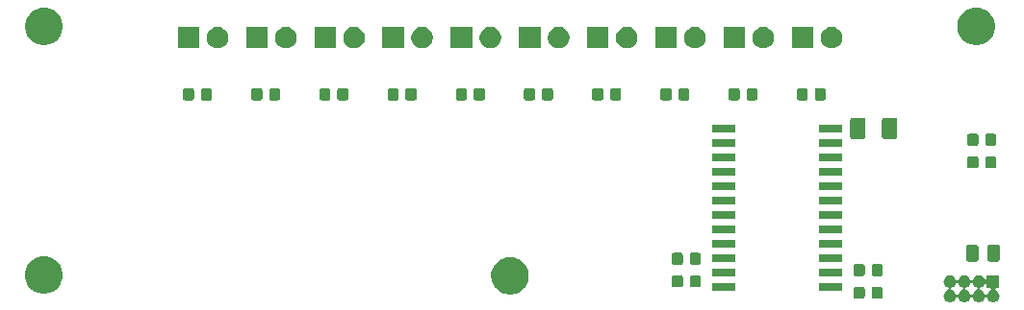
<source format=gts>
G04 #@! TF.GenerationSoftware,KiCad,Pcbnew,5.0.1*
G04 #@! TF.CreationDate,2019-01-16T19:10:27-05:00*
G04 #@! TF.ProjectId,LED PCB,4C4544205043422E6B696361645F7063,rev?*
G04 #@! TF.SameCoordinates,Original*
G04 #@! TF.FileFunction,Soldermask,Top*
G04 #@! TF.FilePolarity,Negative*
%FSLAX46Y46*%
G04 Gerber Fmt 4.6, Leading zero omitted, Abs format (unit mm)*
G04 Created by KiCad (PCBNEW 5.0.1) date Wed 16 Jan 2019 07:10:27 PM EST*
%MOMM*%
%LPD*%
G01*
G04 APERTURE LIST*
%ADD10C,0.100000*%
G04 APERTURE END LIST*
D10*
G36*
X83798015Y-25956973D02*
X83901879Y-25988479D01*
X83997600Y-26039644D01*
X84081501Y-26108499D01*
X84150356Y-26192400D01*
X84201521Y-26288121D01*
X84205383Y-26300854D01*
X84214760Y-26323493D01*
X84228374Y-26343867D01*
X84245701Y-26361194D01*
X84266076Y-26374808D01*
X84288715Y-26384186D01*
X84312748Y-26388966D01*
X84337252Y-26388966D01*
X84361286Y-26384185D01*
X84383925Y-26374808D01*
X84404299Y-26361194D01*
X84421626Y-26343867D01*
X84435240Y-26323492D01*
X84444617Y-26300854D01*
X84448479Y-26288121D01*
X84499644Y-26192400D01*
X84568499Y-26108499D01*
X84652400Y-26039644D01*
X84748121Y-25988479D01*
X84851985Y-25956973D01*
X84932933Y-25949000D01*
X84987067Y-25949000D01*
X85068015Y-25956973D01*
X85171879Y-25988479D01*
X85267600Y-26039644D01*
X85351501Y-26108499D01*
X85420356Y-26192400D01*
X85471521Y-26288121D01*
X85475383Y-26300854D01*
X85484760Y-26323493D01*
X85498374Y-26343867D01*
X85515701Y-26361194D01*
X85536076Y-26374808D01*
X85558715Y-26384186D01*
X85582748Y-26388966D01*
X85607252Y-26388966D01*
X85631286Y-26384185D01*
X85653925Y-26374808D01*
X85674299Y-26361194D01*
X85691626Y-26343867D01*
X85705240Y-26323492D01*
X85714617Y-26300854D01*
X85718479Y-26288121D01*
X85769644Y-26192400D01*
X85838499Y-26108499D01*
X85922400Y-26039644D01*
X86018121Y-25988479D01*
X86121985Y-25956973D01*
X86202933Y-25949000D01*
X86257067Y-25949000D01*
X86338015Y-25956973D01*
X86441879Y-25988479D01*
X86537600Y-26039644D01*
X86621501Y-26108499D01*
X86690356Y-26192400D01*
X86713766Y-26236195D01*
X86727374Y-26256561D01*
X86744701Y-26273889D01*
X86765076Y-26287502D01*
X86787715Y-26296880D01*
X86811748Y-26301660D01*
X86836252Y-26301660D01*
X86860286Y-26296879D01*
X86882925Y-26287502D01*
X86903299Y-26273888D01*
X86920627Y-26256561D01*
X86934240Y-26236186D01*
X86943618Y-26213547D01*
X86949000Y-26177262D01*
X86949000Y-25949000D01*
X88051000Y-25949000D01*
X88051000Y-27051000D01*
X87822738Y-27051000D01*
X87798352Y-27053402D01*
X87774903Y-27060515D01*
X87753292Y-27072066D01*
X87734350Y-27087612D01*
X87718804Y-27106554D01*
X87707253Y-27128165D01*
X87700140Y-27151614D01*
X87697738Y-27176000D01*
X87700140Y-27200386D01*
X87707253Y-27223835D01*
X87718804Y-27245446D01*
X87734350Y-27264388D01*
X87763808Y-27286236D01*
X87807600Y-27309644D01*
X87891501Y-27378499D01*
X87960356Y-27462400D01*
X88011521Y-27558121D01*
X88043027Y-27661985D01*
X88053666Y-27770000D01*
X88043027Y-27878015D01*
X88011521Y-27981879D01*
X87960356Y-28077600D01*
X87891501Y-28161501D01*
X87807600Y-28230356D01*
X87711879Y-28281521D01*
X87608015Y-28313027D01*
X87527067Y-28321000D01*
X87472933Y-28321000D01*
X87391985Y-28313027D01*
X87288121Y-28281521D01*
X87192400Y-28230356D01*
X87108499Y-28161501D01*
X87039644Y-28077600D01*
X86988479Y-27981879D01*
X86984615Y-27969142D01*
X86975240Y-27946507D01*
X86961626Y-27926133D01*
X86944299Y-27908806D01*
X86923924Y-27895192D01*
X86901285Y-27885814D01*
X86877252Y-27881034D01*
X86852748Y-27881034D01*
X86828714Y-27885815D01*
X86806075Y-27895192D01*
X86785701Y-27908806D01*
X86768374Y-27926133D01*
X86754760Y-27946508D01*
X86745385Y-27969142D01*
X86741521Y-27981879D01*
X86690356Y-28077600D01*
X86621501Y-28161501D01*
X86537600Y-28230356D01*
X86441879Y-28281521D01*
X86338015Y-28313027D01*
X86257067Y-28321000D01*
X86202933Y-28321000D01*
X86121985Y-28313027D01*
X86018121Y-28281521D01*
X85922400Y-28230356D01*
X85838499Y-28161501D01*
X85769644Y-28077600D01*
X85718479Y-27981879D01*
X85714615Y-27969142D01*
X85705240Y-27946507D01*
X85691626Y-27926133D01*
X85674299Y-27908806D01*
X85653924Y-27895192D01*
X85631285Y-27885814D01*
X85607252Y-27881034D01*
X85582748Y-27881034D01*
X85558714Y-27885815D01*
X85536075Y-27895192D01*
X85515701Y-27908806D01*
X85498374Y-27926133D01*
X85484760Y-27946508D01*
X85475385Y-27969142D01*
X85471521Y-27981879D01*
X85420356Y-28077600D01*
X85351501Y-28161501D01*
X85267600Y-28230356D01*
X85171879Y-28281521D01*
X85068015Y-28313027D01*
X84987067Y-28321000D01*
X84932933Y-28321000D01*
X84851985Y-28313027D01*
X84748121Y-28281521D01*
X84652400Y-28230356D01*
X84568499Y-28161501D01*
X84499644Y-28077600D01*
X84448479Y-27981879D01*
X84444615Y-27969142D01*
X84435240Y-27946507D01*
X84421626Y-27926133D01*
X84404299Y-27908806D01*
X84383924Y-27895192D01*
X84361285Y-27885814D01*
X84337252Y-27881034D01*
X84312748Y-27881034D01*
X84288714Y-27885815D01*
X84266075Y-27895192D01*
X84245701Y-27908806D01*
X84228374Y-27926133D01*
X84214760Y-27946508D01*
X84205385Y-27969142D01*
X84201521Y-27981879D01*
X84150356Y-28077600D01*
X84081501Y-28161501D01*
X83997600Y-28230356D01*
X83901879Y-28281521D01*
X83798015Y-28313027D01*
X83717067Y-28321000D01*
X83662933Y-28321000D01*
X83581985Y-28313027D01*
X83478121Y-28281521D01*
X83382400Y-28230356D01*
X83298499Y-28161501D01*
X83229644Y-28077600D01*
X83178479Y-27981879D01*
X83146973Y-27878015D01*
X83136334Y-27770000D01*
X83146973Y-27661985D01*
X83178479Y-27558121D01*
X83229644Y-27462400D01*
X83298499Y-27378499D01*
X83382400Y-27309644D01*
X83478121Y-27258479D01*
X83490858Y-27254615D01*
X83513493Y-27245240D01*
X83533867Y-27231626D01*
X83551194Y-27214299D01*
X83564808Y-27193924D01*
X83574186Y-27171285D01*
X83578966Y-27147252D01*
X83578966Y-27122748D01*
X83801034Y-27122748D01*
X83801034Y-27147252D01*
X83805815Y-27171286D01*
X83815192Y-27193925D01*
X83828806Y-27214299D01*
X83846133Y-27231626D01*
X83866508Y-27245240D01*
X83889142Y-27254615D01*
X83901879Y-27258479D01*
X83997600Y-27309644D01*
X84081501Y-27378499D01*
X84150356Y-27462400D01*
X84201521Y-27558121D01*
X84205383Y-27570854D01*
X84214760Y-27593493D01*
X84228374Y-27613867D01*
X84245701Y-27631194D01*
X84266076Y-27644808D01*
X84288715Y-27654186D01*
X84312748Y-27658966D01*
X84337252Y-27658966D01*
X84361286Y-27654185D01*
X84383925Y-27644808D01*
X84404299Y-27631194D01*
X84421626Y-27613867D01*
X84435240Y-27593492D01*
X84444617Y-27570854D01*
X84448479Y-27558121D01*
X84499644Y-27462400D01*
X84568499Y-27378499D01*
X84652400Y-27309644D01*
X84748121Y-27258479D01*
X84760858Y-27254615D01*
X84783493Y-27245240D01*
X84803867Y-27231626D01*
X84821194Y-27214299D01*
X84834808Y-27193924D01*
X84844186Y-27171285D01*
X84848966Y-27147252D01*
X84848966Y-27122748D01*
X85071034Y-27122748D01*
X85071034Y-27147252D01*
X85075815Y-27171286D01*
X85085192Y-27193925D01*
X85098806Y-27214299D01*
X85116133Y-27231626D01*
X85136508Y-27245240D01*
X85159142Y-27254615D01*
X85171879Y-27258479D01*
X85267600Y-27309644D01*
X85351501Y-27378499D01*
X85420356Y-27462400D01*
X85471521Y-27558121D01*
X85475383Y-27570854D01*
X85484760Y-27593493D01*
X85498374Y-27613867D01*
X85515701Y-27631194D01*
X85536076Y-27644808D01*
X85558715Y-27654186D01*
X85582748Y-27658966D01*
X85607252Y-27658966D01*
X85631286Y-27654185D01*
X85653925Y-27644808D01*
X85674299Y-27631194D01*
X85691626Y-27613867D01*
X85705240Y-27593492D01*
X85714617Y-27570854D01*
X85718479Y-27558121D01*
X85769644Y-27462400D01*
X85838499Y-27378499D01*
X85922400Y-27309644D01*
X86018121Y-27258479D01*
X86030858Y-27254615D01*
X86053493Y-27245240D01*
X86073867Y-27231626D01*
X86091194Y-27214299D01*
X86104808Y-27193924D01*
X86114186Y-27171285D01*
X86118966Y-27147252D01*
X86118966Y-27122748D01*
X86341034Y-27122748D01*
X86341034Y-27147252D01*
X86345815Y-27171286D01*
X86355192Y-27193925D01*
X86368806Y-27214299D01*
X86386133Y-27231626D01*
X86406508Y-27245240D01*
X86429142Y-27254615D01*
X86441879Y-27258479D01*
X86537600Y-27309644D01*
X86621501Y-27378499D01*
X86690356Y-27462400D01*
X86741521Y-27558121D01*
X86745383Y-27570854D01*
X86754760Y-27593493D01*
X86768374Y-27613867D01*
X86785701Y-27631194D01*
X86806076Y-27644808D01*
X86828715Y-27654186D01*
X86852748Y-27658966D01*
X86877252Y-27658966D01*
X86901286Y-27654185D01*
X86923925Y-27644808D01*
X86944299Y-27631194D01*
X86961626Y-27613867D01*
X86975240Y-27593492D01*
X86984617Y-27570854D01*
X86988479Y-27558121D01*
X87039644Y-27462400D01*
X87108499Y-27378499D01*
X87192400Y-27309644D01*
X87236195Y-27286234D01*
X87256561Y-27272626D01*
X87273889Y-27255299D01*
X87287502Y-27234924D01*
X87296880Y-27212285D01*
X87301660Y-27188252D01*
X87301660Y-27163748D01*
X87296879Y-27139714D01*
X87287502Y-27117075D01*
X87273888Y-27096701D01*
X87256561Y-27079373D01*
X87236186Y-27065760D01*
X87213547Y-27056382D01*
X87177262Y-27051000D01*
X86949000Y-27051000D01*
X86949000Y-26822738D01*
X86946598Y-26798352D01*
X86939485Y-26774903D01*
X86927934Y-26753292D01*
X86912388Y-26734350D01*
X86893446Y-26718804D01*
X86871835Y-26707253D01*
X86848386Y-26700140D01*
X86824000Y-26697738D01*
X86799614Y-26700140D01*
X86776165Y-26707253D01*
X86754554Y-26718804D01*
X86735612Y-26734350D01*
X86713764Y-26763808D01*
X86690356Y-26807600D01*
X86621501Y-26891501D01*
X86537600Y-26960356D01*
X86441879Y-27011521D01*
X86429142Y-27015385D01*
X86406507Y-27024760D01*
X86386133Y-27038374D01*
X86368806Y-27055701D01*
X86355192Y-27076076D01*
X86345814Y-27098715D01*
X86341034Y-27122748D01*
X86118966Y-27122748D01*
X86114185Y-27098714D01*
X86104808Y-27076075D01*
X86091194Y-27055701D01*
X86073867Y-27038374D01*
X86053492Y-27024760D01*
X86030858Y-27015385D01*
X86018121Y-27011521D01*
X85922400Y-26960356D01*
X85838499Y-26891501D01*
X85769644Y-26807600D01*
X85718479Y-26711879D01*
X85714615Y-26699142D01*
X85705240Y-26676507D01*
X85691626Y-26656133D01*
X85674299Y-26638806D01*
X85653924Y-26625192D01*
X85631285Y-26615814D01*
X85607252Y-26611034D01*
X85582748Y-26611034D01*
X85558714Y-26615815D01*
X85536075Y-26625192D01*
X85515701Y-26638806D01*
X85498374Y-26656133D01*
X85484760Y-26676508D01*
X85475385Y-26699142D01*
X85471521Y-26711879D01*
X85420356Y-26807600D01*
X85351501Y-26891501D01*
X85267600Y-26960356D01*
X85171879Y-27011521D01*
X85159142Y-27015385D01*
X85136507Y-27024760D01*
X85116133Y-27038374D01*
X85098806Y-27055701D01*
X85085192Y-27076076D01*
X85075814Y-27098715D01*
X85071034Y-27122748D01*
X84848966Y-27122748D01*
X84844185Y-27098714D01*
X84834808Y-27076075D01*
X84821194Y-27055701D01*
X84803867Y-27038374D01*
X84783492Y-27024760D01*
X84760858Y-27015385D01*
X84748121Y-27011521D01*
X84652400Y-26960356D01*
X84568499Y-26891501D01*
X84499644Y-26807600D01*
X84448479Y-26711879D01*
X84444615Y-26699142D01*
X84435240Y-26676507D01*
X84421626Y-26656133D01*
X84404299Y-26638806D01*
X84383924Y-26625192D01*
X84361285Y-26615814D01*
X84337252Y-26611034D01*
X84312748Y-26611034D01*
X84288714Y-26615815D01*
X84266075Y-26625192D01*
X84245701Y-26638806D01*
X84228374Y-26656133D01*
X84214760Y-26676508D01*
X84205385Y-26699142D01*
X84201521Y-26711879D01*
X84150356Y-26807600D01*
X84081501Y-26891501D01*
X83997600Y-26960356D01*
X83901879Y-27011521D01*
X83889142Y-27015385D01*
X83866507Y-27024760D01*
X83846133Y-27038374D01*
X83828806Y-27055701D01*
X83815192Y-27076076D01*
X83805814Y-27098715D01*
X83801034Y-27122748D01*
X83578966Y-27122748D01*
X83574185Y-27098714D01*
X83564808Y-27076075D01*
X83551194Y-27055701D01*
X83533867Y-27038374D01*
X83513492Y-27024760D01*
X83490858Y-27015385D01*
X83478121Y-27011521D01*
X83382400Y-26960356D01*
X83298499Y-26891501D01*
X83229644Y-26807600D01*
X83178479Y-26711879D01*
X83146973Y-26608015D01*
X83136334Y-26500000D01*
X83146973Y-26391985D01*
X83178479Y-26288121D01*
X83229644Y-26192400D01*
X83298499Y-26108499D01*
X83382400Y-26039644D01*
X83478121Y-25988479D01*
X83581985Y-25956973D01*
X83662933Y-25949000D01*
X83717067Y-25949000D01*
X83798015Y-25956973D01*
X83798015Y-25956973D01*
G37*
G36*
X76054591Y-26978085D02*
X76088569Y-26988393D01*
X76119887Y-27005133D01*
X76147339Y-27027661D01*
X76169867Y-27055113D01*
X76186607Y-27086431D01*
X76196915Y-27120409D01*
X76201000Y-27161890D01*
X76201000Y-27838110D01*
X76196915Y-27879591D01*
X76186607Y-27913569D01*
X76169867Y-27944887D01*
X76147339Y-27972339D01*
X76119887Y-27994867D01*
X76088569Y-28011607D01*
X76054591Y-28021915D01*
X76013110Y-28026000D01*
X75411890Y-28026000D01*
X75370409Y-28021915D01*
X75336431Y-28011607D01*
X75305113Y-27994867D01*
X75277661Y-27972339D01*
X75255133Y-27944887D01*
X75238393Y-27913569D01*
X75228085Y-27879591D01*
X75224000Y-27838110D01*
X75224000Y-27161890D01*
X75228085Y-27120409D01*
X75238393Y-27086431D01*
X75255133Y-27055113D01*
X75277661Y-27027661D01*
X75305113Y-27005133D01*
X75336431Y-26988393D01*
X75370409Y-26978085D01*
X75411890Y-26974000D01*
X76013110Y-26974000D01*
X76054591Y-26978085D01*
X76054591Y-26978085D01*
G37*
G36*
X77629591Y-26978085D02*
X77663569Y-26988393D01*
X77694887Y-27005133D01*
X77722339Y-27027661D01*
X77744867Y-27055113D01*
X77761607Y-27086431D01*
X77771915Y-27120409D01*
X77776000Y-27161890D01*
X77776000Y-27838110D01*
X77771915Y-27879591D01*
X77761607Y-27913569D01*
X77744867Y-27944887D01*
X77722339Y-27972339D01*
X77694887Y-27994867D01*
X77663569Y-28011607D01*
X77629591Y-28021915D01*
X77588110Y-28026000D01*
X76986890Y-28026000D01*
X76945409Y-28021915D01*
X76911431Y-28011607D01*
X76880113Y-27994867D01*
X76852661Y-27972339D01*
X76830133Y-27944887D01*
X76813393Y-27913569D01*
X76803085Y-27879591D01*
X76799000Y-27838110D01*
X76799000Y-27161890D01*
X76803085Y-27120409D01*
X76813393Y-27086431D01*
X76830133Y-27055113D01*
X76852661Y-27027661D01*
X76880113Y-27005133D01*
X76911431Y-26988393D01*
X76945409Y-26978085D01*
X76986890Y-26974000D01*
X77588110Y-26974000D01*
X77629591Y-26978085D01*
X77629591Y-26978085D01*
G37*
G36*
X45375256Y-24391298D02*
X45481579Y-24412447D01*
X45782042Y-24536903D01*
X45911100Y-24623137D01*
X46052454Y-24717587D01*
X46282413Y-24947546D01*
X46282415Y-24947549D01*
X46431453Y-25170599D01*
X46463098Y-25217960D01*
X46587553Y-25518422D01*
X46651000Y-25837389D01*
X46651000Y-26162611D01*
X46618998Y-26323493D01*
X46587553Y-26481579D01*
X46463097Y-26782042D01*
X46314032Y-27005133D01*
X46282413Y-27052454D01*
X46052454Y-27282413D01*
X46052451Y-27282415D01*
X45782042Y-27463097D01*
X45481579Y-27587553D01*
X45375256Y-27608702D01*
X45162611Y-27651000D01*
X44837389Y-27651000D01*
X44624744Y-27608702D01*
X44518421Y-27587553D01*
X44217958Y-27463097D01*
X43947549Y-27282415D01*
X43947546Y-27282413D01*
X43717587Y-27052454D01*
X43685968Y-27005133D01*
X43536903Y-26782042D01*
X43412447Y-26481579D01*
X43381002Y-26323493D01*
X43349000Y-26162611D01*
X43349000Y-25837389D01*
X43412447Y-25518422D01*
X43536902Y-25217960D01*
X43568548Y-25170599D01*
X43717585Y-24947549D01*
X43717587Y-24947546D01*
X43947546Y-24717587D01*
X44088900Y-24623137D01*
X44217958Y-24536903D01*
X44518421Y-24412447D01*
X44624744Y-24391298D01*
X44837389Y-24349000D01*
X45162611Y-24349000D01*
X45375256Y-24391298D01*
X45375256Y-24391298D01*
G37*
G36*
X4350257Y-24316299D02*
X4456580Y-24337448D01*
X4757043Y-24461904D01*
X4940951Y-24584788D01*
X5027455Y-24642588D01*
X5257414Y-24872547D01*
X5257416Y-24872550D01*
X5423031Y-25120409D01*
X5438099Y-25142961D01*
X5562554Y-25443423D01*
X5626001Y-25762390D01*
X5626001Y-26087612D01*
X5596447Y-26236187D01*
X5566058Y-26388966D01*
X5562554Y-26406579D01*
X5450747Y-26676507D01*
X5438098Y-26707043D01*
X5325725Y-26875220D01*
X5257414Y-26977455D01*
X5027455Y-27207414D01*
X5027452Y-27207416D01*
X4757043Y-27388098D01*
X4456580Y-27512554D01*
X4350257Y-27533703D01*
X4137612Y-27576001D01*
X3812390Y-27576001D01*
X3599745Y-27533703D01*
X3493422Y-27512554D01*
X3192959Y-27388098D01*
X2922550Y-27207416D01*
X2922547Y-27207414D01*
X2692588Y-26977455D01*
X2624277Y-26875220D01*
X2511904Y-26707043D01*
X2499256Y-26676507D01*
X2387448Y-26406579D01*
X2383945Y-26388966D01*
X2353555Y-26236187D01*
X2324001Y-26087612D01*
X2324001Y-25762390D01*
X2387448Y-25443423D01*
X2511903Y-25142961D01*
X2526972Y-25120409D01*
X2692586Y-24872550D01*
X2692588Y-24872547D01*
X2922547Y-24642588D01*
X3009051Y-24584788D01*
X3192959Y-24461904D01*
X3493422Y-24337448D01*
X3599745Y-24316299D01*
X3812390Y-24274001D01*
X4137612Y-24274001D01*
X4350257Y-24316299D01*
X4350257Y-24316299D01*
G37*
G36*
X74251000Y-27336000D02*
X72149000Y-27336000D01*
X72149000Y-26634000D01*
X74251000Y-26634000D01*
X74251000Y-27336000D01*
X74251000Y-27336000D01*
G37*
G36*
X64851000Y-27336000D02*
X62749000Y-27336000D01*
X62749000Y-26634000D01*
X64851000Y-26634000D01*
X64851000Y-27336000D01*
X64851000Y-27336000D01*
G37*
G36*
X60054591Y-25978085D02*
X60088569Y-25988393D01*
X60119887Y-26005133D01*
X60147339Y-26027661D01*
X60169867Y-26055113D01*
X60186607Y-26086431D01*
X60196915Y-26120409D01*
X60201000Y-26161890D01*
X60201000Y-26838110D01*
X60196915Y-26879591D01*
X60186607Y-26913569D01*
X60169867Y-26944887D01*
X60147339Y-26972339D01*
X60119887Y-26994867D01*
X60088569Y-27011607D01*
X60054591Y-27021915D01*
X60013110Y-27026000D01*
X59411890Y-27026000D01*
X59370409Y-27021915D01*
X59336431Y-27011607D01*
X59305113Y-26994867D01*
X59277661Y-26972339D01*
X59255133Y-26944887D01*
X59238393Y-26913569D01*
X59228085Y-26879591D01*
X59224000Y-26838110D01*
X59224000Y-26161890D01*
X59228085Y-26120409D01*
X59238393Y-26086431D01*
X59255133Y-26055113D01*
X59277661Y-26027661D01*
X59305113Y-26005133D01*
X59336431Y-25988393D01*
X59370409Y-25978085D01*
X59411890Y-25974000D01*
X60013110Y-25974000D01*
X60054591Y-25978085D01*
X60054591Y-25978085D01*
G37*
G36*
X61629591Y-25978085D02*
X61663569Y-25988393D01*
X61694887Y-26005133D01*
X61722339Y-26027661D01*
X61744867Y-26055113D01*
X61761607Y-26086431D01*
X61771915Y-26120409D01*
X61776000Y-26161890D01*
X61776000Y-26838110D01*
X61771915Y-26879591D01*
X61761607Y-26913569D01*
X61744867Y-26944887D01*
X61722339Y-26972339D01*
X61694887Y-26994867D01*
X61663569Y-27011607D01*
X61629591Y-27021915D01*
X61588110Y-27026000D01*
X60986890Y-27026000D01*
X60945409Y-27021915D01*
X60911431Y-27011607D01*
X60880113Y-26994867D01*
X60852661Y-26972339D01*
X60830133Y-26944887D01*
X60813393Y-26913569D01*
X60803085Y-26879591D01*
X60799000Y-26838110D01*
X60799000Y-26161890D01*
X60803085Y-26120409D01*
X60813393Y-26086431D01*
X60830133Y-26055113D01*
X60852661Y-26027661D01*
X60880113Y-26005133D01*
X60911431Y-25988393D01*
X60945409Y-25978085D01*
X60986890Y-25974000D01*
X61588110Y-25974000D01*
X61629591Y-25978085D01*
X61629591Y-25978085D01*
G37*
G36*
X64851000Y-26066000D02*
X62749000Y-26066000D01*
X62749000Y-25364000D01*
X64851000Y-25364000D01*
X64851000Y-26066000D01*
X64851000Y-26066000D01*
G37*
G36*
X74251000Y-26066000D02*
X72149000Y-26066000D01*
X72149000Y-25364000D01*
X74251000Y-25364000D01*
X74251000Y-26066000D01*
X74251000Y-26066000D01*
G37*
G36*
X77629591Y-24978085D02*
X77663569Y-24988393D01*
X77694887Y-25005133D01*
X77722339Y-25027661D01*
X77744867Y-25055113D01*
X77761607Y-25086431D01*
X77771915Y-25120409D01*
X77776000Y-25161890D01*
X77776000Y-25838110D01*
X77771915Y-25879591D01*
X77761607Y-25913569D01*
X77744867Y-25944887D01*
X77722339Y-25972339D01*
X77694887Y-25994867D01*
X77663569Y-26011607D01*
X77629591Y-26021915D01*
X77588110Y-26026000D01*
X76986890Y-26026000D01*
X76945409Y-26021915D01*
X76911431Y-26011607D01*
X76880113Y-25994867D01*
X76852661Y-25972339D01*
X76830133Y-25944887D01*
X76813393Y-25913569D01*
X76803085Y-25879591D01*
X76799000Y-25838110D01*
X76799000Y-25161890D01*
X76803085Y-25120409D01*
X76813393Y-25086431D01*
X76830133Y-25055113D01*
X76852661Y-25027661D01*
X76880113Y-25005133D01*
X76911431Y-24988393D01*
X76945409Y-24978085D01*
X76986890Y-24974000D01*
X77588110Y-24974000D01*
X77629591Y-24978085D01*
X77629591Y-24978085D01*
G37*
G36*
X76054591Y-24978085D02*
X76088569Y-24988393D01*
X76119887Y-25005133D01*
X76147339Y-25027661D01*
X76169867Y-25055113D01*
X76186607Y-25086431D01*
X76196915Y-25120409D01*
X76201000Y-25161890D01*
X76201000Y-25838110D01*
X76196915Y-25879591D01*
X76186607Y-25913569D01*
X76169867Y-25944887D01*
X76147339Y-25972339D01*
X76119887Y-25994867D01*
X76088569Y-26011607D01*
X76054591Y-26021915D01*
X76013110Y-26026000D01*
X75411890Y-26026000D01*
X75370409Y-26021915D01*
X75336431Y-26011607D01*
X75305113Y-25994867D01*
X75277661Y-25972339D01*
X75255133Y-25944887D01*
X75238393Y-25913569D01*
X75228085Y-25879591D01*
X75224000Y-25838110D01*
X75224000Y-25161890D01*
X75228085Y-25120409D01*
X75238393Y-25086431D01*
X75255133Y-25055113D01*
X75277661Y-25027661D01*
X75305113Y-25005133D01*
X75336431Y-24988393D01*
X75370409Y-24978085D01*
X75411890Y-24974000D01*
X76013110Y-24974000D01*
X76054591Y-24978085D01*
X76054591Y-24978085D01*
G37*
G36*
X61629591Y-23978085D02*
X61663569Y-23988393D01*
X61694887Y-24005133D01*
X61722339Y-24027661D01*
X61744867Y-24055113D01*
X61761607Y-24086431D01*
X61771915Y-24120409D01*
X61776000Y-24161890D01*
X61776000Y-24838110D01*
X61771915Y-24879591D01*
X61761607Y-24913569D01*
X61744867Y-24944887D01*
X61722339Y-24972339D01*
X61694887Y-24994867D01*
X61663569Y-25011607D01*
X61629591Y-25021915D01*
X61588110Y-25026000D01*
X60986890Y-25026000D01*
X60945409Y-25021915D01*
X60911431Y-25011607D01*
X60880113Y-24994867D01*
X60852661Y-24972339D01*
X60830133Y-24944887D01*
X60813393Y-24913569D01*
X60803085Y-24879591D01*
X60799000Y-24838110D01*
X60799000Y-24161890D01*
X60803085Y-24120409D01*
X60813393Y-24086431D01*
X60830133Y-24055113D01*
X60852661Y-24027661D01*
X60880113Y-24005133D01*
X60911431Y-23988393D01*
X60945409Y-23978085D01*
X60986890Y-23974000D01*
X61588110Y-23974000D01*
X61629591Y-23978085D01*
X61629591Y-23978085D01*
G37*
G36*
X60054591Y-23978085D02*
X60088569Y-23988393D01*
X60119887Y-24005133D01*
X60147339Y-24027661D01*
X60169867Y-24055113D01*
X60186607Y-24086431D01*
X60196915Y-24120409D01*
X60201000Y-24161890D01*
X60201000Y-24838110D01*
X60196915Y-24879591D01*
X60186607Y-24913569D01*
X60169867Y-24944887D01*
X60147339Y-24972339D01*
X60119887Y-24994867D01*
X60088569Y-25011607D01*
X60054591Y-25021915D01*
X60013110Y-25026000D01*
X59411890Y-25026000D01*
X59370409Y-25021915D01*
X59336431Y-25011607D01*
X59305113Y-24994867D01*
X59277661Y-24972339D01*
X59255133Y-24944887D01*
X59238393Y-24913569D01*
X59228085Y-24879591D01*
X59224000Y-24838110D01*
X59224000Y-24161890D01*
X59228085Y-24120409D01*
X59238393Y-24086431D01*
X59255133Y-24055113D01*
X59277661Y-24027661D01*
X59305113Y-24005133D01*
X59336431Y-23988393D01*
X59370409Y-23978085D01*
X59411890Y-23974000D01*
X60013110Y-23974000D01*
X60054591Y-23978085D01*
X60054591Y-23978085D01*
G37*
G36*
X64851000Y-24796000D02*
X62749000Y-24796000D01*
X62749000Y-24094000D01*
X64851000Y-24094000D01*
X64851000Y-24796000D01*
X64851000Y-24796000D01*
G37*
G36*
X74251000Y-24796000D02*
X72149000Y-24796000D01*
X72149000Y-24094000D01*
X74251000Y-24094000D01*
X74251000Y-24796000D01*
X74251000Y-24796000D01*
G37*
G36*
X87904466Y-23253565D02*
X87943137Y-23265296D01*
X87978779Y-23284348D01*
X88010017Y-23309983D01*
X88035652Y-23341221D01*
X88054704Y-23376863D01*
X88066435Y-23415534D01*
X88071000Y-23461888D01*
X88071000Y-24538112D01*
X88066435Y-24584466D01*
X88054704Y-24623137D01*
X88035652Y-24658779D01*
X88010017Y-24690017D01*
X87978779Y-24715652D01*
X87943137Y-24734704D01*
X87904466Y-24746435D01*
X87858112Y-24751000D01*
X87206888Y-24751000D01*
X87160534Y-24746435D01*
X87121863Y-24734704D01*
X87086221Y-24715652D01*
X87054983Y-24690017D01*
X87029348Y-24658779D01*
X87010296Y-24623137D01*
X86998565Y-24584466D01*
X86994000Y-24538112D01*
X86994000Y-23461888D01*
X86998565Y-23415534D01*
X87010296Y-23376863D01*
X87029348Y-23341221D01*
X87054983Y-23309983D01*
X87086221Y-23284348D01*
X87121863Y-23265296D01*
X87160534Y-23253565D01*
X87206888Y-23249000D01*
X87858112Y-23249000D01*
X87904466Y-23253565D01*
X87904466Y-23253565D01*
G37*
G36*
X86029466Y-23253565D02*
X86068137Y-23265296D01*
X86103779Y-23284348D01*
X86135017Y-23309983D01*
X86160652Y-23341221D01*
X86179704Y-23376863D01*
X86191435Y-23415534D01*
X86196000Y-23461888D01*
X86196000Y-24538112D01*
X86191435Y-24584466D01*
X86179704Y-24623137D01*
X86160652Y-24658779D01*
X86135017Y-24690017D01*
X86103779Y-24715652D01*
X86068137Y-24734704D01*
X86029466Y-24746435D01*
X85983112Y-24751000D01*
X85331888Y-24751000D01*
X85285534Y-24746435D01*
X85246863Y-24734704D01*
X85211221Y-24715652D01*
X85179983Y-24690017D01*
X85154348Y-24658779D01*
X85135296Y-24623137D01*
X85123565Y-24584466D01*
X85119000Y-24538112D01*
X85119000Y-23461888D01*
X85123565Y-23415534D01*
X85135296Y-23376863D01*
X85154348Y-23341221D01*
X85179983Y-23309983D01*
X85211221Y-23284348D01*
X85246863Y-23265296D01*
X85285534Y-23253565D01*
X85331888Y-23249000D01*
X85983112Y-23249000D01*
X86029466Y-23253565D01*
X86029466Y-23253565D01*
G37*
G36*
X64851000Y-23526000D02*
X62749000Y-23526000D01*
X62749000Y-22824000D01*
X64851000Y-22824000D01*
X64851000Y-23526000D01*
X64851000Y-23526000D01*
G37*
G36*
X74251000Y-23526000D02*
X72149000Y-23526000D01*
X72149000Y-22824000D01*
X74251000Y-22824000D01*
X74251000Y-23526000D01*
X74251000Y-23526000D01*
G37*
G36*
X64851000Y-22256000D02*
X62749000Y-22256000D01*
X62749000Y-21554000D01*
X64851000Y-21554000D01*
X64851000Y-22256000D01*
X64851000Y-22256000D01*
G37*
G36*
X74251000Y-22256000D02*
X72149000Y-22256000D01*
X72149000Y-21554000D01*
X74251000Y-21554000D01*
X74251000Y-22256000D01*
X74251000Y-22256000D01*
G37*
G36*
X64851000Y-20986000D02*
X62749000Y-20986000D01*
X62749000Y-20284000D01*
X64851000Y-20284000D01*
X64851000Y-20986000D01*
X64851000Y-20986000D01*
G37*
G36*
X74251000Y-20986000D02*
X72149000Y-20986000D01*
X72149000Y-20284000D01*
X74251000Y-20284000D01*
X74251000Y-20986000D01*
X74251000Y-20986000D01*
G37*
G36*
X74251000Y-19716000D02*
X72149000Y-19716000D01*
X72149000Y-19014000D01*
X74251000Y-19014000D01*
X74251000Y-19716000D01*
X74251000Y-19716000D01*
G37*
G36*
X64851000Y-19716000D02*
X62749000Y-19716000D01*
X62749000Y-19014000D01*
X64851000Y-19014000D01*
X64851000Y-19716000D01*
X64851000Y-19716000D01*
G37*
G36*
X74251000Y-18446000D02*
X72149000Y-18446000D01*
X72149000Y-17744000D01*
X74251000Y-17744000D01*
X74251000Y-18446000D01*
X74251000Y-18446000D01*
G37*
G36*
X64851000Y-18446000D02*
X62749000Y-18446000D01*
X62749000Y-17744000D01*
X64851000Y-17744000D01*
X64851000Y-18446000D01*
X64851000Y-18446000D01*
G37*
G36*
X64851000Y-17176000D02*
X62749000Y-17176000D01*
X62749000Y-16474000D01*
X64851000Y-16474000D01*
X64851000Y-17176000D01*
X64851000Y-17176000D01*
G37*
G36*
X74251000Y-17176000D02*
X72149000Y-17176000D01*
X72149000Y-16474000D01*
X74251000Y-16474000D01*
X74251000Y-17176000D01*
X74251000Y-17176000D01*
G37*
G36*
X86054591Y-15478085D02*
X86088569Y-15488393D01*
X86119887Y-15505133D01*
X86147339Y-15527661D01*
X86169867Y-15555113D01*
X86186607Y-15586431D01*
X86196915Y-15620409D01*
X86201000Y-15661890D01*
X86201000Y-16338110D01*
X86196915Y-16379591D01*
X86186607Y-16413569D01*
X86169867Y-16444887D01*
X86147339Y-16472339D01*
X86119887Y-16494867D01*
X86088569Y-16511607D01*
X86054591Y-16521915D01*
X86013110Y-16526000D01*
X85411890Y-16526000D01*
X85370409Y-16521915D01*
X85336431Y-16511607D01*
X85305113Y-16494867D01*
X85277661Y-16472339D01*
X85255133Y-16444887D01*
X85238393Y-16413569D01*
X85228085Y-16379591D01*
X85224000Y-16338110D01*
X85224000Y-15661890D01*
X85228085Y-15620409D01*
X85238393Y-15586431D01*
X85255133Y-15555113D01*
X85277661Y-15527661D01*
X85305113Y-15505133D01*
X85336431Y-15488393D01*
X85370409Y-15478085D01*
X85411890Y-15474000D01*
X86013110Y-15474000D01*
X86054591Y-15478085D01*
X86054591Y-15478085D01*
G37*
G36*
X87629591Y-15478085D02*
X87663569Y-15488393D01*
X87694887Y-15505133D01*
X87722339Y-15527661D01*
X87744867Y-15555113D01*
X87761607Y-15586431D01*
X87771915Y-15620409D01*
X87776000Y-15661890D01*
X87776000Y-16338110D01*
X87771915Y-16379591D01*
X87761607Y-16413569D01*
X87744867Y-16444887D01*
X87722339Y-16472339D01*
X87694887Y-16494867D01*
X87663569Y-16511607D01*
X87629591Y-16521915D01*
X87588110Y-16526000D01*
X86986890Y-16526000D01*
X86945409Y-16521915D01*
X86911431Y-16511607D01*
X86880113Y-16494867D01*
X86852661Y-16472339D01*
X86830133Y-16444887D01*
X86813393Y-16413569D01*
X86803085Y-16379591D01*
X86799000Y-16338110D01*
X86799000Y-15661890D01*
X86803085Y-15620409D01*
X86813393Y-15586431D01*
X86830133Y-15555113D01*
X86852661Y-15527661D01*
X86880113Y-15505133D01*
X86911431Y-15488393D01*
X86945409Y-15478085D01*
X86986890Y-15474000D01*
X87588110Y-15474000D01*
X87629591Y-15478085D01*
X87629591Y-15478085D01*
G37*
G36*
X64851000Y-15906000D02*
X62749000Y-15906000D01*
X62749000Y-15204000D01*
X64851000Y-15204000D01*
X64851000Y-15906000D01*
X64851000Y-15906000D01*
G37*
G36*
X74251000Y-15906000D02*
X72149000Y-15906000D01*
X72149000Y-15204000D01*
X74251000Y-15204000D01*
X74251000Y-15906000D01*
X74251000Y-15906000D01*
G37*
G36*
X74251000Y-14636000D02*
X72149000Y-14636000D01*
X72149000Y-13934000D01*
X74251000Y-13934000D01*
X74251000Y-14636000D01*
X74251000Y-14636000D01*
G37*
G36*
X64851000Y-14636000D02*
X62749000Y-14636000D01*
X62749000Y-13934000D01*
X64851000Y-13934000D01*
X64851000Y-14636000D01*
X64851000Y-14636000D01*
G37*
G36*
X86054591Y-13478085D02*
X86088569Y-13488393D01*
X86119887Y-13505133D01*
X86147339Y-13527661D01*
X86169867Y-13555113D01*
X86186607Y-13586431D01*
X86196915Y-13620409D01*
X86201000Y-13661890D01*
X86201000Y-14338110D01*
X86196915Y-14379591D01*
X86186607Y-14413569D01*
X86169867Y-14444887D01*
X86147339Y-14472339D01*
X86119887Y-14494867D01*
X86088569Y-14511607D01*
X86054591Y-14521915D01*
X86013110Y-14526000D01*
X85411890Y-14526000D01*
X85370409Y-14521915D01*
X85336431Y-14511607D01*
X85305113Y-14494867D01*
X85277661Y-14472339D01*
X85255133Y-14444887D01*
X85238393Y-14413569D01*
X85228085Y-14379591D01*
X85224000Y-14338110D01*
X85224000Y-13661890D01*
X85228085Y-13620409D01*
X85238393Y-13586431D01*
X85255133Y-13555113D01*
X85277661Y-13527661D01*
X85305113Y-13505133D01*
X85336431Y-13488393D01*
X85370409Y-13478085D01*
X85411890Y-13474000D01*
X86013110Y-13474000D01*
X86054591Y-13478085D01*
X86054591Y-13478085D01*
G37*
G36*
X87629591Y-13478085D02*
X87663569Y-13488393D01*
X87694887Y-13505133D01*
X87722339Y-13527661D01*
X87744867Y-13555113D01*
X87761607Y-13586431D01*
X87771915Y-13620409D01*
X87776000Y-13661890D01*
X87776000Y-14338110D01*
X87771915Y-14379591D01*
X87761607Y-14413569D01*
X87744867Y-14444887D01*
X87722339Y-14472339D01*
X87694887Y-14494867D01*
X87663569Y-14511607D01*
X87629591Y-14521915D01*
X87588110Y-14526000D01*
X86986890Y-14526000D01*
X86945409Y-14521915D01*
X86911431Y-14511607D01*
X86880113Y-14494867D01*
X86852661Y-14472339D01*
X86830133Y-14444887D01*
X86813393Y-14413569D01*
X86803085Y-14379591D01*
X86799000Y-14338110D01*
X86799000Y-13661890D01*
X86803085Y-13620409D01*
X86813393Y-13586431D01*
X86830133Y-13555113D01*
X86852661Y-13527661D01*
X86880113Y-13505133D01*
X86911431Y-13488393D01*
X86945409Y-13478085D01*
X86986890Y-13474000D01*
X87588110Y-13474000D01*
X87629591Y-13478085D01*
X87629591Y-13478085D01*
G37*
G36*
X76118604Y-12078347D02*
X76155145Y-12089432D01*
X76188820Y-12107431D01*
X76218341Y-12131659D01*
X76242569Y-12161180D01*
X76260568Y-12194855D01*
X76271653Y-12231396D01*
X76276000Y-12275538D01*
X76276000Y-13724462D01*
X76271653Y-13768604D01*
X76260568Y-13805145D01*
X76242569Y-13838820D01*
X76218341Y-13868341D01*
X76188820Y-13892569D01*
X76155145Y-13910568D01*
X76118604Y-13921653D01*
X76074462Y-13926000D01*
X75125538Y-13926000D01*
X75081396Y-13921653D01*
X75044855Y-13910568D01*
X75011180Y-13892569D01*
X74981659Y-13868341D01*
X74957431Y-13838820D01*
X74939432Y-13805145D01*
X74928347Y-13768604D01*
X74924000Y-13724462D01*
X74924000Y-12275538D01*
X74928347Y-12231396D01*
X74939432Y-12194855D01*
X74957431Y-12161180D01*
X74981659Y-12131659D01*
X75011180Y-12107431D01*
X75044855Y-12089432D01*
X75081396Y-12078347D01*
X75125538Y-12074000D01*
X76074462Y-12074000D01*
X76118604Y-12078347D01*
X76118604Y-12078347D01*
G37*
G36*
X78918604Y-12078347D02*
X78955145Y-12089432D01*
X78988820Y-12107431D01*
X79018341Y-12131659D01*
X79042569Y-12161180D01*
X79060568Y-12194855D01*
X79071653Y-12231396D01*
X79076000Y-12275538D01*
X79076000Y-13724462D01*
X79071653Y-13768604D01*
X79060568Y-13805145D01*
X79042569Y-13838820D01*
X79018341Y-13868341D01*
X78988820Y-13892569D01*
X78955145Y-13910568D01*
X78918604Y-13921653D01*
X78874462Y-13926000D01*
X77925538Y-13926000D01*
X77881396Y-13921653D01*
X77844855Y-13910568D01*
X77811180Y-13892569D01*
X77781659Y-13868341D01*
X77757431Y-13838820D01*
X77739432Y-13805145D01*
X77728347Y-13768604D01*
X77724000Y-13724462D01*
X77724000Y-12275538D01*
X77728347Y-12231396D01*
X77739432Y-12194855D01*
X77757431Y-12161180D01*
X77781659Y-12131659D01*
X77811180Y-12107431D01*
X77844855Y-12089432D01*
X77881396Y-12078347D01*
X77925538Y-12074000D01*
X78874462Y-12074000D01*
X78918604Y-12078347D01*
X78918604Y-12078347D01*
G37*
G36*
X64851000Y-13366000D02*
X62749000Y-13366000D01*
X62749000Y-12664000D01*
X64851000Y-12664000D01*
X64851000Y-13366000D01*
X64851000Y-13366000D01*
G37*
G36*
X74251000Y-13366000D02*
X72149000Y-13366000D01*
X72149000Y-12664000D01*
X74251000Y-12664000D01*
X74251000Y-13366000D01*
X74251000Y-13366000D01*
G37*
G36*
X65054591Y-9478085D02*
X65088569Y-9488393D01*
X65119887Y-9505133D01*
X65147339Y-9527661D01*
X65169867Y-9555113D01*
X65186607Y-9586431D01*
X65196915Y-9620409D01*
X65201000Y-9661890D01*
X65201000Y-10338110D01*
X65196915Y-10379591D01*
X65186607Y-10413569D01*
X65169867Y-10444887D01*
X65147339Y-10472339D01*
X65119887Y-10494867D01*
X65088569Y-10511607D01*
X65054591Y-10521915D01*
X65013110Y-10526000D01*
X64411890Y-10526000D01*
X64370409Y-10521915D01*
X64336431Y-10511607D01*
X64305113Y-10494867D01*
X64277661Y-10472339D01*
X64255133Y-10444887D01*
X64238393Y-10413569D01*
X64228085Y-10379591D01*
X64224000Y-10338110D01*
X64224000Y-9661890D01*
X64228085Y-9620409D01*
X64238393Y-9586431D01*
X64255133Y-9555113D01*
X64277661Y-9527661D01*
X64305113Y-9505133D01*
X64336431Y-9488393D01*
X64370409Y-9478085D01*
X64411890Y-9474000D01*
X65013110Y-9474000D01*
X65054591Y-9478085D01*
X65054591Y-9478085D01*
G37*
G36*
X71054591Y-9478085D02*
X71088569Y-9488393D01*
X71119887Y-9505133D01*
X71147339Y-9527661D01*
X71169867Y-9555113D01*
X71186607Y-9586431D01*
X71196915Y-9620409D01*
X71201000Y-9661890D01*
X71201000Y-10338110D01*
X71196915Y-10379591D01*
X71186607Y-10413569D01*
X71169867Y-10444887D01*
X71147339Y-10472339D01*
X71119887Y-10494867D01*
X71088569Y-10511607D01*
X71054591Y-10521915D01*
X71013110Y-10526000D01*
X70411890Y-10526000D01*
X70370409Y-10521915D01*
X70336431Y-10511607D01*
X70305113Y-10494867D01*
X70277661Y-10472339D01*
X70255133Y-10444887D01*
X70238393Y-10413569D01*
X70228085Y-10379591D01*
X70224000Y-10338110D01*
X70224000Y-9661890D01*
X70228085Y-9620409D01*
X70238393Y-9586431D01*
X70255133Y-9555113D01*
X70277661Y-9527661D01*
X70305113Y-9505133D01*
X70336431Y-9488393D01*
X70370409Y-9478085D01*
X70411890Y-9474000D01*
X71013110Y-9474000D01*
X71054591Y-9478085D01*
X71054591Y-9478085D01*
G37*
G36*
X66629591Y-9478085D02*
X66663569Y-9488393D01*
X66694887Y-9505133D01*
X66722339Y-9527661D01*
X66744867Y-9555113D01*
X66761607Y-9586431D01*
X66771915Y-9620409D01*
X66776000Y-9661890D01*
X66776000Y-10338110D01*
X66771915Y-10379591D01*
X66761607Y-10413569D01*
X66744867Y-10444887D01*
X66722339Y-10472339D01*
X66694887Y-10494867D01*
X66663569Y-10511607D01*
X66629591Y-10521915D01*
X66588110Y-10526000D01*
X65986890Y-10526000D01*
X65945409Y-10521915D01*
X65911431Y-10511607D01*
X65880113Y-10494867D01*
X65852661Y-10472339D01*
X65830133Y-10444887D01*
X65813393Y-10413569D01*
X65803085Y-10379591D01*
X65799000Y-10338110D01*
X65799000Y-9661890D01*
X65803085Y-9620409D01*
X65813393Y-9586431D01*
X65830133Y-9555113D01*
X65852661Y-9527661D01*
X65880113Y-9505133D01*
X65911431Y-9488393D01*
X65945409Y-9478085D01*
X65986890Y-9474000D01*
X66588110Y-9474000D01*
X66629591Y-9478085D01*
X66629591Y-9478085D01*
G37*
G36*
X60629591Y-9478085D02*
X60663569Y-9488393D01*
X60694887Y-9505133D01*
X60722339Y-9527661D01*
X60744867Y-9555113D01*
X60761607Y-9586431D01*
X60771915Y-9620409D01*
X60776000Y-9661890D01*
X60776000Y-10338110D01*
X60771915Y-10379591D01*
X60761607Y-10413569D01*
X60744867Y-10444887D01*
X60722339Y-10472339D01*
X60694887Y-10494867D01*
X60663569Y-10511607D01*
X60629591Y-10521915D01*
X60588110Y-10526000D01*
X59986890Y-10526000D01*
X59945409Y-10521915D01*
X59911431Y-10511607D01*
X59880113Y-10494867D01*
X59852661Y-10472339D01*
X59830133Y-10444887D01*
X59813393Y-10413569D01*
X59803085Y-10379591D01*
X59799000Y-10338110D01*
X59799000Y-9661890D01*
X59803085Y-9620409D01*
X59813393Y-9586431D01*
X59830133Y-9555113D01*
X59852661Y-9527661D01*
X59880113Y-9505133D01*
X59911431Y-9488393D01*
X59945409Y-9478085D01*
X59986890Y-9474000D01*
X60588110Y-9474000D01*
X60629591Y-9478085D01*
X60629591Y-9478085D01*
G37*
G36*
X24629591Y-9478085D02*
X24663569Y-9488393D01*
X24694887Y-9505133D01*
X24722339Y-9527661D01*
X24744867Y-9555113D01*
X24761607Y-9586431D01*
X24771915Y-9620409D01*
X24776000Y-9661890D01*
X24776000Y-10338110D01*
X24771915Y-10379591D01*
X24761607Y-10413569D01*
X24744867Y-10444887D01*
X24722339Y-10472339D01*
X24694887Y-10494867D01*
X24663569Y-10511607D01*
X24629591Y-10521915D01*
X24588110Y-10526000D01*
X23986890Y-10526000D01*
X23945409Y-10521915D01*
X23911431Y-10511607D01*
X23880113Y-10494867D01*
X23852661Y-10472339D01*
X23830133Y-10444887D01*
X23813393Y-10413569D01*
X23803085Y-10379591D01*
X23799000Y-10338110D01*
X23799000Y-9661890D01*
X23803085Y-9620409D01*
X23813393Y-9586431D01*
X23830133Y-9555113D01*
X23852661Y-9527661D01*
X23880113Y-9505133D01*
X23911431Y-9488393D01*
X23945409Y-9478085D01*
X23986890Y-9474000D01*
X24588110Y-9474000D01*
X24629591Y-9478085D01*
X24629591Y-9478085D01*
G37*
G36*
X23054591Y-9478085D02*
X23088569Y-9488393D01*
X23119887Y-9505133D01*
X23147339Y-9527661D01*
X23169867Y-9555113D01*
X23186607Y-9586431D01*
X23196915Y-9620409D01*
X23201000Y-9661890D01*
X23201000Y-10338110D01*
X23196915Y-10379591D01*
X23186607Y-10413569D01*
X23169867Y-10444887D01*
X23147339Y-10472339D01*
X23119887Y-10494867D01*
X23088569Y-10511607D01*
X23054591Y-10521915D01*
X23013110Y-10526000D01*
X22411890Y-10526000D01*
X22370409Y-10521915D01*
X22336431Y-10511607D01*
X22305113Y-10494867D01*
X22277661Y-10472339D01*
X22255133Y-10444887D01*
X22238393Y-10413569D01*
X22228085Y-10379591D01*
X22224000Y-10338110D01*
X22224000Y-9661890D01*
X22228085Y-9620409D01*
X22238393Y-9586431D01*
X22255133Y-9555113D01*
X22277661Y-9527661D01*
X22305113Y-9505133D01*
X22336431Y-9488393D01*
X22370409Y-9478085D01*
X22411890Y-9474000D01*
X23013110Y-9474000D01*
X23054591Y-9478085D01*
X23054591Y-9478085D01*
G37*
G36*
X17054591Y-9478085D02*
X17088569Y-9488393D01*
X17119887Y-9505133D01*
X17147339Y-9527661D01*
X17169867Y-9555113D01*
X17186607Y-9586431D01*
X17196915Y-9620409D01*
X17201000Y-9661890D01*
X17201000Y-10338110D01*
X17196915Y-10379591D01*
X17186607Y-10413569D01*
X17169867Y-10444887D01*
X17147339Y-10472339D01*
X17119887Y-10494867D01*
X17088569Y-10511607D01*
X17054591Y-10521915D01*
X17013110Y-10526000D01*
X16411890Y-10526000D01*
X16370409Y-10521915D01*
X16336431Y-10511607D01*
X16305113Y-10494867D01*
X16277661Y-10472339D01*
X16255133Y-10444887D01*
X16238393Y-10413569D01*
X16228085Y-10379591D01*
X16224000Y-10338110D01*
X16224000Y-9661890D01*
X16228085Y-9620409D01*
X16238393Y-9586431D01*
X16255133Y-9555113D01*
X16277661Y-9527661D01*
X16305113Y-9505133D01*
X16336431Y-9488393D01*
X16370409Y-9478085D01*
X16411890Y-9474000D01*
X17013110Y-9474000D01*
X17054591Y-9478085D01*
X17054591Y-9478085D01*
G37*
G36*
X18629591Y-9478085D02*
X18663569Y-9488393D01*
X18694887Y-9505133D01*
X18722339Y-9527661D01*
X18744867Y-9555113D01*
X18761607Y-9586431D01*
X18771915Y-9620409D01*
X18776000Y-9661890D01*
X18776000Y-10338110D01*
X18771915Y-10379591D01*
X18761607Y-10413569D01*
X18744867Y-10444887D01*
X18722339Y-10472339D01*
X18694887Y-10494867D01*
X18663569Y-10511607D01*
X18629591Y-10521915D01*
X18588110Y-10526000D01*
X17986890Y-10526000D01*
X17945409Y-10521915D01*
X17911431Y-10511607D01*
X17880113Y-10494867D01*
X17852661Y-10472339D01*
X17830133Y-10444887D01*
X17813393Y-10413569D01*
X17803085Y-10379591D01*
X17799000Y-10338110D01*
X17799000Y-9661890D01*
X17803085Y-9620409D01*
X17813393Y-9586431D01*
X17830133Y-9555113D01*
X17852661Y-9527661D01*
X17880113Y-9505133D01*
X17911431Y-9488393D01*
X17945409Y-9478085D01*
X17986890Y-9474000D01*
X18588110Y-9474000D01*
X18629591Y-9478085D01*
X18629591Y-9478085D01*
G37*
G36*
X72629591Y-9478085D02*
X72663569Y-9488393D01*
X72694887Y-9505133D01*
X72722339Y-9527661D01*
X72744867Y-9555113D01*
X72761607Y-9586431D01*
X72771915Y-9620409D01*
X72776000Y-9661890D01*
X72776000Y-10338110D01*
X72771915Y-10379591D01*
X72761607Y-10413569D01*
X72744867Y-10444887D01*
X72722339Y-10472339D01*
X72694887Y-10494867D01*
X72663569Y-10511607D01*
X72629591Y-10521915D01*
X72588110Y-10526000D01*
X71986890Y-10526000D01*
X71945409Y-10521915D01*
X71911431Y-10511607D01*
X71880113Y-10494867D01*
X71852661Y-10472339D01*
X71830133Y-10444887D01*
X71813393Y-10413569D01*
X71803085Y-10379591D01*
X71799000Y-10338110D01*
X71799000Y-9661890D01*
X71803085Y-9620409D01*
X71813393Y-9586431D01*
X71830133Y-9555113D01*
X71852661Y-9527661D01*
X71880113Y-9505133D01*
X71911431Y-9488393D01*
X71945409Y-9478085D01*
X71986890Y-9474000D01*
X72588110Y-9474000D01*
X72629591Y-9478085D01*
X72629591Y-9478085D01*
G37*
G36*
X29054591Y-9478085D02*
X29088569Y-9488393D01*
X29119887Y-9505133D01*
X29147339Y-9527661D01*
X29169867Y-9555113D01*
X29186607Y-9586431D01*
X29196915Y-9620409D01*
X29201000Y-9661890D01*
X29201000Y-10338110D01*
X29196915Y-10379591D01*
X29186607Y-10413569D01*
X29169867Y-10444887D01*
X29147339Y-10472339D01*
X29119887Y-10494867D01*
X29088569Y-10511607D01*
X29054591Y-10521915D01*
X29013110Y-10526000D01*
X28411890Y-10526000D01*
X28370409Y-10521915D01*
X28336431Y-10511607D01*
X28305113Y-10494867D01*
X28277661Y-10472339D01*
X28255133Y-10444887D01*
X28238393Y-10413569D01*
X28228085Y-10379591D01*
X28224000Y-10338110D01*
X28224000Y-9661890D01*
X28228085Y-9620409D01*
X28238393Y-9586431D01*
X28255133Y-9555113D01*
X28277661Y-9527661D01*
X28305113Y-9505133D01*
X28336431Y-9488393D01*
X28370409Y-9478085D01*
X28411890Y-9474000D01*
X29013110Y-9474000D01*
X29054591Y-9478085D01*
X29054591Y-9478085D01*
G37*
G36*
X36629591Y-9478085D02*
X36663569Y-9488393D01*
X36694887Y-9505133D01*
X36722339Y-9527661D01*
X36744867Y-9555113D01*
X36761607Y-9586431D01*
X36771915Y-9620409D01*
X36776000Y-9661890D01*
X36776000Y-10338110D01*
X36771915Y-10379591D01*
X36761607Y-10413569D01*
X36744867Y-10444887D01*
X36722339Y-10472339D01*
X36694887Y-10494867D01*
X36663569Y-10511607D01*
X36629591Y-10521915D01*
X36588110Y-10526000D01*
X35986890Y-10526000D01*
X35945409Y-10521915D01*
X35911431Y-10511607D01*
X35880113Y-10494867D01*
X35852661Y-10472339D01*
X35830133Y-10444887D01*
X35813393Y-10413569D01*
X35803085Y-10379591D01*
X35799000Y-10338110D01*
X35799000Y-9661890D01*
X35803085Y-9620409D01*
X35813393Y-9586431D01*
X35830133Y-9555113D01*
X35852661Y-9527661D01*
X35880113Y-9505133D01*
X35911431Y-9488393D01*
X35945409Y-9478085D01*
X35986890Y-9474000D01*
X36588110Y-9474000D01*
X36629591Y-9478085D01*
X36629591Y-9478085D01*
G37*
G36*
X42629591Y-9478085D02*
X42663569Y-9488393D01*
X42694887Y-9505133D01*
X42722339Y-9527661D01*
X42744867Y-9555113D01*
X42761607Y-9586431D01*
X42771915Y-9620409D01*
X42776000Y-9661890D01*
X42776000Y-10338110D01*
X42771915Y-10379591D01*
X42761607Y-10413569D01*
X42744867Y-10444887D01*
X42722339Y-10472339D01*
X42694887Y-10494867D01*
X42663569Y-10511607D01*
X42629591Y-10521915D01*
X42588110Y-10526000D01*
X41986890Y-10526000D01*
X41945409Y-10521915D01*
X41911431Y-10511607D01*
X41880113Y-10494867D01*
X41852661Y-10472339D01*
X41830133Y-10444887D01*
X41813393Y-10413569D01*
X41803085Y-10379591D01*
X41799000Y-10338110D01*
X41799000Y-9661890D01*
X41803085Y-9620409D01*
X41813393Y-9586431D01*
X41830133Y-9555113D01*
X41852661Y-9527661D01*
X41880113Y-9505133D01*
X41911431Y-9488393D01*
X41945409Y-9478085D01*
X41986890Y-9474000D01*
X42588110Y-9474000D01*
X42629591Y-9478085D01*
X42629591Y-9478085D01*
G37*
G36*
X41054591Y-9478085D02*
X41088569Y-9488393D01*
X41119887Y-9505133D01*
X41147339Y-9527661D01*
X41169867Y-9555113D01*
X41186607Y-9586431D01*
X41196915Y-9620409D01*
X41201000Y-9661890D01*
X41201000Y-10338110D01*
X41196915Y-10379591D01*
X41186607Y-10413569D01*
X41169867Y-10444887D01*
X41147339Y-10472339D01*
X41119887Y-10494867D01*
X41088569Y-10511607D01*
X41054591Y-10521915D01*
X41013110Y-10526000D01*
X40411890Y-10526000D01*
X40370409Y-10521915D01*
X40336431Y-10511607D01*
X40305113Y-10494867D01*
X40277661Y-10472339D01*
X40255133Y-10444887D01*
X40238393Y-10413569D01*
X40228085Y-10379591D01*
X40224000Y-10338110D01*
X40224000Y-9661890D01*
X40228085Y-9620409D01*
X40238393Y-9586431D01*
X40255133Y-9555113D01*
X40277661Y-9527661D01*
X40305113Y-9505133D01*
X40336431Y-9488393D01*
X40370409Y-9478085D01*
X40411890Y-9474000D01*
X41013110Y-9474000D01*
X41054591Y-9478085D01*
X41054591Y-9478085D01*
G37*
G36*
X47054591Y-9478085D02*
X47088569Y-9488393D01*
X47119887Y-9505133D01*
X47147339Y-9527661D01*
X47169867Y-9555113D01*
X47186607Y-9586431D01*
X47196915Y-9620409D01*
X47201000Y-9661890D01*
X47201000Y-10338110D01*
X47196915Y-10379591D01*
X47186607Y-10413569D01*
X47169867Y-10444887D01*
X47147339Y-10472339D01*
X47119887Y-10494867D01*
X47088569Y-10511607D01*
X47054591Y-10521915D01*
X47013110Y-10526000D01*
X46411890Y-10526000D01*
X46370409Y-10521915D01*
X46336431Y-10511607D01*
X46305113Y-10494867D01*
X46277661Y-10472339D01*
X46255133Y-10444887D01*
X46238393Y-10413569D01*
X46228085Y-10379591D01*
X46224000Y-10338110D01*
X46224000Y-9661890D01*
X46228085Y-9620409D01*
X46238393Y-9586431D01*
X46255133Y-9555113D01*
X46277661Y-9527661D01*
X46305113Y-9505133D01*
X46336431Y-9488393D01*
X46370409Y-9478085D01*
X46411890Y-9474000D01*
X47013110Y-9474000D01*
X47054591Y-9478085D01*
X47054591Y-9478085D01*
G37*
G36*
X48629591Y-9478085D02*
X48663569Y-9488393D01*
X48694887Y-9505133D01*
X48722339Y-9527661D01*
X48744867Y-9555113D01*
X48761607Y-9586431D01*
X48771915Y-9620409D01*
X48776000Y-9661890D01*
X48776000Y-10338110D01*
X48771915Y-10379591D01*
X48761607Y-10413569D01*
X48744867Y-10444887D01*
X48722339Y-10472339D01*
X48694887Y-10494867D01*
X48663569Y-10511607D01*
X48629591Y-10521915D01*
X48588110Y-10526000D01*
X47986890Y-10526000D01*
X47945409Y-10521915D01*
X47911431Y-10511607D01*
X47880113Y-10494867D01*
X47852661Y-10472339D01*
X47830133Y-10444887D01*
X47813393Y-10413569D01*
X47803085Y-10379591D01*
X47799000Y-10338110D01*
X47799000Y-9661890D01*
X47803085Y-9620409D01*
X47813393Y-9586431D01*
X47830133Y-9555113D01*
X47852661Y-9527661D01*
X47880113Y-9505133D01*
X47911431Y-9488393D01*
X47945409Y-9478085D01*
X47986890Y-9474000D01*
X48588110Y-9474000D01*
X48629591Y-9478085D01*
X48629591Y-9478085D01*
G37*
G36*
X53054591Y-9478085D02*
X53088569Y-9488393D01*
X53119887Y-9505133D01*
X53147339Y-9527661D01*
X53169867Y-9555113D01*
X53186607Y-9586431D01*
X53196915Y-9620409D01*
X53201000Y-9661890D01*
X53201000Y-10338110D01*
X53196915Y-10379591D01*
X53186607Y-10413569D01*
X53169867Y-10444887D01*
X53147339Y-10472339D01*
X53119887Y-10494867D01*
X53088569Y-10511607D01*
X53054591Y-10521915D01*
X53013110Y-10526000D01*
X52411890Y-10526000D01*
X52370409Y-10521915D01*
X52336431Y-10511607D01*
X52305113Y-10494867D01*
X52277661Y-10472339D01*
X52255133Y-10444887D01*
X52238393Y-10413569D01*
X52228085Y-10379591D01*
X52224000Y-10338110D01*
X52224000Y-9661890D01*
X52228085Y-9620409D01*
X52238393Y-9586431D01*
X52255133Y-9555113D01*
X52277661Y-9527661D01*
X52305113Y-9505133D01*
X52336431Y-9488393D01*
X52370409Y-9478085D01*
X52411890Y-9474000D01*
X53013110Y-9474000D01*
X53054591Y-9478085D01*
X53054591Y-9478085D01*
G37*
G36*
X30629591Y-9478085D02*
X30663569Y-9488393D01*
X30694887Y-9505133D01*
X30722339Y-9527661D01*
X30744867Y-9555113D01*
X30761607Y-9586431D01*
X30771915Y-9620409D01*
X30776000Y-9661890D01*
X30776000Y-10338110D01*
X30771915Y-10379591D01*
X30761607Y-10413569D01*
X30744867Y-10444887D01*
X30722339Y-10472339D01*
X30694887Y-10494867D01*
X30663569Y-10511607D01*
X30629591Y-10521915D01*
X30588110Y-10526000D01*
X29986890Y-10526000D01*
X29945409Y-10521915D01*
X29911431Y-10511607D01*
X29880113Y-10494867D01*
X29852661Y-10472339D01*
X29830133Y-10444887D01*
X29813393Y-10413569D01*
X29803085Y-10379591D01*
X29799000Y-10338110D01*
X29799000Y-9661890D01*
X29803085Y-9620409D01*
X29813393Y-9586431D01*
X29830133Y-9555113D01*
X29852661Y-9527661D01*
X29880113Y-9505133D01*
X29911431Y-9488393D01*
X29945409Y-9478085D01*
X29986890Y-9474000D01*
X30588110Y-9474000D01*
X30629591Y-9478085D01*
X30629591Y-9478085D01*
G37*
G36*
X59054591Y-9478085D02*
X59088569Y-9488393D01*
X59119887Y-9505133D01*
X59147339Y-9527661D01*
X59169867Y-9555113D01*
X59186607Y-9586431D01*
X59196915Y-9620409D01*
X59201000Y-9661890D01*
X59201000Y-10338110D01*
X59196915Y-10379591D01*
X59186607Y-10413569D01*
X59169867Y-10444887D01*
X59147339Y-10472339D01*
X59119887Y-10494867D01*
X59088569Y-10511607D01*
X59054591Y-10521915D01*
X59013110Y-10526000D01*
X58411890Y-10526000D01*
X58370409Y-10521915D01*
X58336431Y-10511607D01*
X58305113Y-10494867D01*
X58277661Y-10472339D01*
X58255133Y-10444887D01*
X58238393Y-10413569D01*
X58228085Y-10379591D01*
X58224000Y-10338110D01*
X58224000Y-9661890D01*
X58228085Y-9620409D01*
X58238393Y-9586431D01*
X58255133Y-9555113D01*
X58277661Y-9527661D01*
X58305113Y-9505133D01*
X58336431Y-9488393D01*
X58370409Y-9478085D01*
X58411890Y-9474000D01*
X59013110Y-9474000D01*
X59054591Y-9478085D01*
X59054591Y-9478085D01*
G37*
G36*
X54629591Y-9478085D02*
X54663569Y-9488393D01*
X54694887Y-9505133D01*
X54722339Y-9527661D01*
X54744867Y-9555113D01*
X54761607Y-9586431D01*
X54771915Y-9620409D01*
X54776000Y-9661890D01*
X54776000Y-10338110D01*
X54771915Y-10379591D01*
X54761607Y-10413569D01*
X54744867Y-10444887D01*
X54722339Y-10472339D01*
X54694887Y-10494867D01*
X54663569Y-10511607D01*
X54629591Y-10521915D01*
X54588110Y-10526000D01*
X53986890Y-10526000D01*
X53945409Y-10521915D01*
X53911431Y-10511607D01*
X53880113Y-10494867D01*
X53852661Y-10472339D01*
X53830133Y-10444887D01*
X53813393Y-10413569D01*
X53803085Y-10379591D01*
X53799000Y-10338110D01*
X53799000Y-9661890D01*
X53803085Y-9620409D01*
X53813393Y-9586431D01*
X53830133Y-9555113D01*
X53852661Y-9527661D01*
X53880113Y-9505133D01*
X53911431Y-9488393D01*
X53945409Y-9478085D01*
X53986890Y-9474000D01*
X54588110Y-9474000D01*
X54629591Y-9478085D01*
X54629591Y-9478085D01*
G37*
G36*
X35054591Y-9478085D02*
X35088569Y-9488393D01*
X35119887Y-9505133D01*
X35147339Y-9527661D01*
X35169867Y-9555113D01*
X35186607Y-9586431D01*
X35196915Y-9620409D01*
X35201000Y-9661890D01*
X35201000Y-10338110D01*
X35196915Y-10379591D01*
X35186607Y-10413569D01*
X35169867Y-10444887D01*
X35147339Y-10472339D01*
X35119887Y-10494867D01*
X35088569Y-10511607D01*
X35054591Y-10521915D01*
X35013110Y-10526000D01*
X34411890Y-10526000D01*
X34370409Y-10521915D01*
X34336431Y-10511607D01*
X34305113Y-10494867D01*
X34277661Y-10472339D01*
X34255133Y-10444887D01*
X34238393Y-10413569D01*
X34228085Y-10379591D01*
X34224000Y-10338110D01*
X34224000Y-9661890D01*
X34228085Y-9620409D01*
X34238393Y-9586431D01*
X34255133Y-9555113D01*
X34277661Y-9527661D01*
X34305113Y-9505133D01*
X34336431Y-9488393D01*
X34370409Y-9478085D01*
X34411890Y-9474000D01*
X35013110Y-9474000D01*
X35054591Y-9478085D01*
X35054591Y-9478085D01*
G37*
G36*
X55542396Y-4085546D02*
X55715466Y-4157234D01*
X55871230Y-4261312D01*
X56003688Y-4393770D01*
X56107766Y-4549534D01*
X56179454Y-4722604D01*
X56216000Y-4906333D01*
X56216000Y-5093667D01*
X56179454Y-5277396D01*
X56107766Y-5450466D01*
X56003688Y-5606230D01*
X55871230Y-5738688D01*
X55715466Y-5842766D01*
X55542396Y-5914454D01*
X55358667Y-5951000D01*
X55171333Y-5951000D01*
X54987604Y-5914454D01*
X54814534Y-5842766D01*
X54658770Y-5738688D01*
X54526312Y-5606230D01*
X54422234Y-5450466D01*
X54350546Y-5277396D01*
X54314000Y-5093667D01*
X54314000Y-4906333D01*
X54350546Y-4722604D01*
X54422234Y-4549534D01*
X54526312Y-4393770D01*
X54658770Y-4261312D01*
X54814534Y-4157234D01*
X54987604Y-4085546D01*
X55171333Y-4049000D01*
X55358667Y-4049000D01*
X55542396Y-4085546D01*
X55542396Y-4085546D01*
G37*
G36*
X37542396Y-4085546D02*
X37715466Y-4157234D01*
X37871230Y-4261312D01*
X38003688Y-4393770D01*
X38107766Y-4549534D01*
X38179454Y-4722604D01*
X38216000Y-4906333D01*
X38216000Y-5093667D01*
X38179454Y-5277396D01*
X38107766Y-5450466D01*
X38003688Y-5606230D01*
X37871230Y-5738688D01*
X37715466Y-5842766D01*
X37542396Y-5914454D01*
X37358667Y-5951000D01*
X37171333Y-5951000D01*
X36987604Y-5914454D01*
X36814534Y-5842766D01*
X36658770Y-5738688D01*
X36526312Y-5606230D01*
X36422234Y-5450466D01*
X36350546Y-5277396D01*
X36314000Y-5093667D01*
X36314000Y-4906333D01*
X36350546Y-4722604D01*
X36422234Y-4549534D01*
X36526312Y-4393770D01*
X36658770Y-4261312D01*
X36814534Y-4157234D01*
X36987604Y-4085546D01*
X37171333Y-4049000D01*
X37358667Y-4049000D01*
X37542396Y-4085546D01*
X37542396Y-4085546D01*
G37*
G36*
X61542396Y-4085546D02*
X61715466Y-4157234D01*
X61871230Y-4261312D01*
X62003688Y-4393770D01*
X62107766Y-4549534D01*
X62179454Y-4722604D01*
X62216000Y-4906333D01*
X62216000Y-5093667D01*
X62179454Y-5277396D01*
X62107766Y-5450466D01*
X62003688Y-5606230D01*
X61871230Y-5738688D01*
X61715466Y-5842766D01*
X61542396Y-5914454D01*
X61358667Y-5951000D01*
X61171333Y-5951000D01*
X60987604Y-5914454D01*
X60814534Y-5842766D01*
X60658770Y-5738688D01*
X60526312Y-5606230D01*
X60422234Y-5450466D01*
X60350546Y-5277396D01*
X60314000Y-5093667D01*
X60314000Y-4906333D01*
X60350546Y-4722604D01*
X60422234Y-4549534D01*
X60526312Y-4393770D01*
X60658770Y-4261312D01*
X60814534Y-4157234D01*
X60987604Y-4085546D01*
X61171333Y-4049000D01*
X61358667Y-4049000D01*
X61542396Y-4085546D01*
X61542396Y-4085546D01*
G37*
G36*
X59676000Y-5951000D02*
X57774000Y-5951000D01*
X57774000Y-4049000D01*
X59676000Y-4049000D01*
X59676000Y-5951000D01*
X59676000Y-5951000D01*
G37*
G36*
X65676000Y-5951000D02*
X63774000Y-5951000D01*
X63774000Y-4049000D01*
X65676000Y-4049000D01*
X65676000Y-5951000D01*
X65676000Y-5951000D01*
G37*
G36*
X67542396Y-4085546D02*
X67715466Y-4157234D01*
X67871230Y-4261312D01*
X68003688Y-4393770D01*
X68107766Y-4549534D01*
X68179454Y-4722604D01*
X68216000Y-4906333D01*
X68216000Y-5093667D01*
X68179454Y-5277396D01*
X68107766Y-5450466D01*
X68003688Y-5606230D01*
X67871230Y-5738688D01*
X67715466Y-5842766D01*
X67542396Y-5914454D01*
X67358667Y-5951000D01*
X67171333Y-5951000D01*
X66987604Y-5914454D01*
X66814534Y-5842766D01*
X66658770Y-5738688D01*
X66526312Y-5606230D01*
X66422234Y-5450466D01*
X66350546Y-5277396D01*
X66314000Y-5093667D01*
X66314000Y-4906333D01*
X66350546Y-4722604D01*
X66422234Y-4549534D01*
X66526312Y-4393770D01*
X66658770Y-4261312D01*
X66814534Y-4157234D01*
X66987604Y-4085546D01*
X67171333Y-4049000D01*
X67358667Y-4049000D01*
X67542396Y-4085546D01*
X67542396Y-4085546D01*
G37*
G36*
X73542396Y-4085546D02*
X73715466Y-4157234D01*
X73871230Y-4261312D01*
X74003688Y-4393770D01*
X74107766Y-4549534D01*
X74179454Y-4722604D01*
X74216000Y-4906333D01*
X74216000Y-5093667D01*
X74179454Y-5277396D01*
X74107766Y-5450466D01*
X74003688Y-5606230D01*
X73871230Y-5738688D01*
X73715466Y-5842766D01*
X73542396Y-5914454D01*
X73358667Y-5951000D01*
X73171333Y-5951000D01*
X72987604Y-5914454D01*
X72814534Y-5842766D01*
X72658770Y-5738688D01*
X72526312Y-5606230D01*
X72422234Y-5450466D01*
X72350546Y-5277396D01*
X72314000Y-5093667D01*
X72314000Y-4906333D01*
X72350546Y-4722604D01*
X72422234Y-4549534D01*
X72526312Y-4393770D01*
X72658770Y-4261312D01*
X72814534Y-4157234D01*
X72987604Y-4085546D01*
X73171333Y-4049000D01*
X73358667Y-4049000D01*
X73542396Y-4085546D01*
X73542396Y-4085546D01*
G37*
G36*
X71676000Y-5951000D02*
X69774000Y-5951000D01*
X69774000Y-4049000D01*
X71676000Y-4049000D01*
X71676000Y-5951000D01*
X71676000Y-5951000D01*
G37*
G36*
X43542396Y-4085546D02*
X43715466Y-4157234D01*
X43871230Y-4261312D01*
X44003688Y-4393770D01*
X44107766Y-4549534D01*
X44179454Y-4722604D01*
X44216000Y-4906333D01*
X44216000Y-5093667D01*
X44179454Y-5277396D01*
X44107766Y-5450466D01*
X44003688Y-5606230D01*
X43871230Y-5738688D01*
X43715466Y-5842766D01*
X43542396Y-5914454D01*
X43358667Y-5951000D01*
X43171333Y-5951000D01*
X42987604Y-5914454D01*
X42814534Y-5842766D01*
X42658770Y-5738688D01*
X42526312Y-5606230D01*
X42422234Y-5450466D01*
X42350546Y-5277396D01*
X42314000Y-5093667D01*
X42314000Y-4906333D01*
X42350546Y-4722604D01*
X42422234Y-4549534D01*
X42526312Y-4393770D01*
X42658770Y-4261312D01*
X42814534Y-4157234D01*
X42987604Y-4085546D01*
X43171333Y-4049000D01*
X43358667Y-4049000D01*
X43542396Y-4085546D01*
X43542396Y-4085546D01*
G37*
G36*
X41676000Y-5951000D02*
X39774000Y-5951000D01*
X39774000Y-4049000D01*
X41676000Y-4049000D01*
X41676000Y-5951000D01*
X41676000Y-5951000D01*
G37*
G36*
X17676000Y-5951000D02*
X15774000Y-5951000D01*
X15774000Y-4049000D01*
X17676000Y-4049000D01*
X17676000Y-5951000D01*
X17676000Y-5951000D01*
G37*
G36*
X47676000Y-5951000D02*
X45774000Y-5951000D01*
X45774000Y-4049000D01*
X47676000Y-4049000D01*
X47676000Y-5951000D01*
X47676000Y-5951000D01*
G37*
G36*
X49542396Y-4085546D02*
X49715466Y-4157234D01*
X49871230Y-4261312D01*
X50003688Y-4393770D01*
X50107766Y-4549534D01*
X50179454Y-4722604D01*
X50216000Y-4906333D01*
X50216000Y-5093667D01*
X50179454Y-5277396D01*
X50107766Y-5450466D01*
X50003688Y-5606230D01*
X49871230Y-5738688D01*
X49715466Y-5842766D01*
X49542396Y-5914454D01*
X49358667Y-5951000D01*
X49171333Y-5951000D01*
X48987604Y-5914454D01*
X48814534Y-5842766D01*
X48658770Y-5738688D01*
X48526312Y-5606230D01*
X48422234Y-5450466D01*
X48350546Y-5277396D01*
X48314000Y-5093667D01*
X48314000Y-4906333D01*
X48350546Y-4722604D01*
X48422234Y-4549534D01*
X48526312Y-4393770D01*
X48658770Y-4261312D01*
X48814534Y-4157234D01*
X48987604Y-4085546D01*
X49171333Y-4049000D01*
X49358667Y-4049000D01*
X49542396Y-4085546D01*
X49542396Y-4085546D01*
G37*
G36*
X35676000Y-5951000D02*
X33774000Y-5951000D01*
X33774000Y-4049000D01*
X35676000Y-4049000D01*
X35676000Y-5951000D01*
X35676000Y-5951000D01*
G37*
G36*
X31542396Y-4085546D02*
X31715466Y-4157234D01*
X31871230Y-4261312D01*
X32003688Y-4393770D01*
X32107766Y-4549534D01*
X32179454Y-4722604D01*
X32216000Y-4906333D01*
X32216000Y-5093667D01*
X32179454Y-5277396D01*
X32107766Y-5450466D01*
X32003688Y-5606230D01*
X31871230Y-5738688D01*
X31715466Y-5842766D01*
X31542396Y-5914454D01*
X31358667Y-5951000D01*
X31171333Y-5951000D01*
X30987604Y-5914454D01*
X30814534Y-5842766D01*
X30658770Y-5738688D01*
X30526312Y-5606230D01*
X30422234Y-5450466D01*
X30350546Y-5277396D01*
X30314000Y-5093667D01*
X30314000Y-4906333D01*
X30350546Y-4722604D01*
X30422234Y-4549534D01*
X30526312Y-4393770D01*
X30658770Y-4261312D01*
X30814534Y-4157234D01*
X30987604Y-4085546D01*
X31171333Y-4049000D01*
X31358667Y-4049000D01*
X31542396Y-4085546D01*
X31542396Y-4085546D01*
G37*
G36*
X29676000Y-5951000D02*
X27774000Y-5951000D01*
X27774000Y-4049000D01*
X29676000Y-4049000D01*
X29676000Y-5951000D01*
X29676000Y-5951000D01*
G37*
G36*
X23676000Y-5951000D02*
X21774000Y-5951000D01*
X21774000Y-4049000D01*
X23676000Y-4049000D01*
X23676000Y-5951000D01*
X23676000Y-5951000D01*
G37*
G36*
X25542396Y-4085546D02*
X25715466Y-4157234D01*
X25871230Y-4261312D01*
X26003688Y-4393770D01*
X26107766Y-4549534D01*
X26179454Y-4722604D01*
X26216000Y-4906333D01*
X26216000Y-5093667D01*
X26179454Y-5277396D01*
X26107766Y-5450466D01*
X26003688Y-5606230D01*
X25871230Y-5738688D01*
X25715466Y-5842766D01*
X25542396Y-5914454D01*
X25358667Y-5951000D01*
X25171333Y-5951000D01*
X24987604Y-5914454D01*
X24814534Y-5842766D01*
X24658770Y-5738688D01*
X24526312Y-5606230D01*
X24422234Y-5450466D01*
X24350546Y-5277396D01*
X24314000Y-5093667D01*
X24314000Y-4906333D01*
X24350546Y-4722604D01*
X24422234Y-4549534D01*
X24526312Y-4393770D01*
X24658770Y-4261312D01*
X24814534Y-4157234D01*
X24987604Y-4085546D01*
X25171333Y-4049000D01*
X25358667Y-4049000D01*
X25542396Y-4085546D01*
X25542396Y-4085546D01*
G37*
G36*
X53676000Y-5951000D02*
X51774000Y-5951000D01*
X51774000Y-4049000D01*
X53676000Y-4049000D01*
X53676000Y-5951000D01*
X53676000Y-5951000D01*
G37*
G36*
X19542396Y-4085546D02*
X19715466Y-4157234D01*
X19871230Y-4261312D01*
X20003688Y-4393770D01*
X20107766Y-4549534D01*
X20179454Y-4722604D01*
X20216000Y-4906333D01*
X20216000Y-5093667D01*
X20179454Y-5277396D01*
X20107766Y-5450466D01*
X20003688Y-5606230D01*
X19871230Y-5738688D01*
X19715466Y-5842766D01*
X19542396Y-5914454D01*
X19358667Y-5951000D01*
X19171333Y-5951000D01*
X18987604Y-5914454D01*
X18814534Y-5842766D01*
X18658770Y-5738688D01*
X18526312Y-5606230D01*
X18422234Y-5450466D01*
X18350546Y-5277396D01*
X18314000Y-5093667D01*
X18314000Y-4906333D01*
X18350546Y-4722604D01*
X18422234Y-4549534D01*
X18526312Y-4393770D01*
X18658770Y-4261312D01*
X18814534Y-4157234D01*
X18987604Y-4085546D01*
X19171333Y-4049000D01*
X19358667Y-4049000D01*
X19542396Y-4085546D01*
X19542396Y-4085546D01*
G37*
G36*
X86375256Y-2391298D02*
X86481579Y-2412447D01*
X86782042Y-2536903D01*
X87048852Y-2715180D01*
X87052454Y-2717587D01*
X87282413Y-2947546D01*
X87463098Y-3217960D01*
X87587553Y-3518422D01*
X87651000Y-3837389D01*
X87651000Y-4162611D01*
X87587553Y-4481578D01*
X87463098Y-4782040D01*
X87282413Y-5052454D01*
X87052454Y-5282413D01*
X87052451Y-5282415D01*
X86782042Y-5463097D01*
X86481579Y-5587553D01*
X86387698Y-5606227D01*
X86162611Y-5651000D01*
X85837389Y-5651000D01*
X85612302Y-5606227D01*
X85518421Y-5587553D01*
X85217958Y-5463097D01*
X84947549Y-5282415D01*
X84947546Y-5282413D01*
X84717587Y-5052454D01*
X84536902Y-4782040D01*
X84412447Y-4481578D01*
X84349000Y-4162611D01*
X84349000Y-3837389D01*
X84412447Y-3518422D01*
X84536902Y-3217960D01*
X84717587Y-2947546D01*
X84947546Y-2717587D01*
X84951148Y-2715180D01*
X85217958Y-2536903D01*
X85518421Y-2412447D01*
X85624744Y-2391298D01*
X85837389Y-2349000D01*
X86162611Y-2349000D01*
X86375256Y-2391298D01*
X86375256Y-2391298D01*
G37*
G36*
X4375256Y-2391298D02*
X4481579Y-2412447D01*
X4782042Y-2536903D01*
X5048852Y-2715180D01*
X5052454Y-2717587D01*
X5282413Y-2947546D01*
X5463098Y-3217960D01*
X5587553Y-3518422D01*
X5651000Y-3837389D01*
X5651000Y-4162611D01*
X5587553Y-4481578D01*
X5463098Y-4782040D01*
X5282413Y-5052454D01*
X5052454Y-5282413D01*
X5052451Y-5282415D01*
X4782042Y-5463097D01*
X4481579Y-5587553D01*
X4387698Y-5606227D01*
X4162611Y-5651000D01*
X3837389Y-5651000D01*
X3612302Y-5606227D01*
X3518421Y-5587553D01*
X3217958Y-5463097D01*
X2947549Y-5282415D01*
X2947546Y-5282413D01*
X2717587Y-5052454D01*
X2536902Y-4782040D01*
X2412447Y-4481578D01*
X2349000Y-4162611D01*
X2349000Y-3837389D01*
X2412447Y-3518422D01*
X2536902Y-3217960D01*
X2717587Y-2947546D01*
X2947546Y-2717587D01*
X2951148Y-2715180D01*
X3217958Y-2536903D01*
X3518421Y-2412447D01*
X3624744Y-2391298D01*
X3837389Y-2349000D01*
X4162611Y-2349000D01*
X4375256Y-2391298D01*
X4375256Y-2391298D01*
G37*
M02*

</source>
